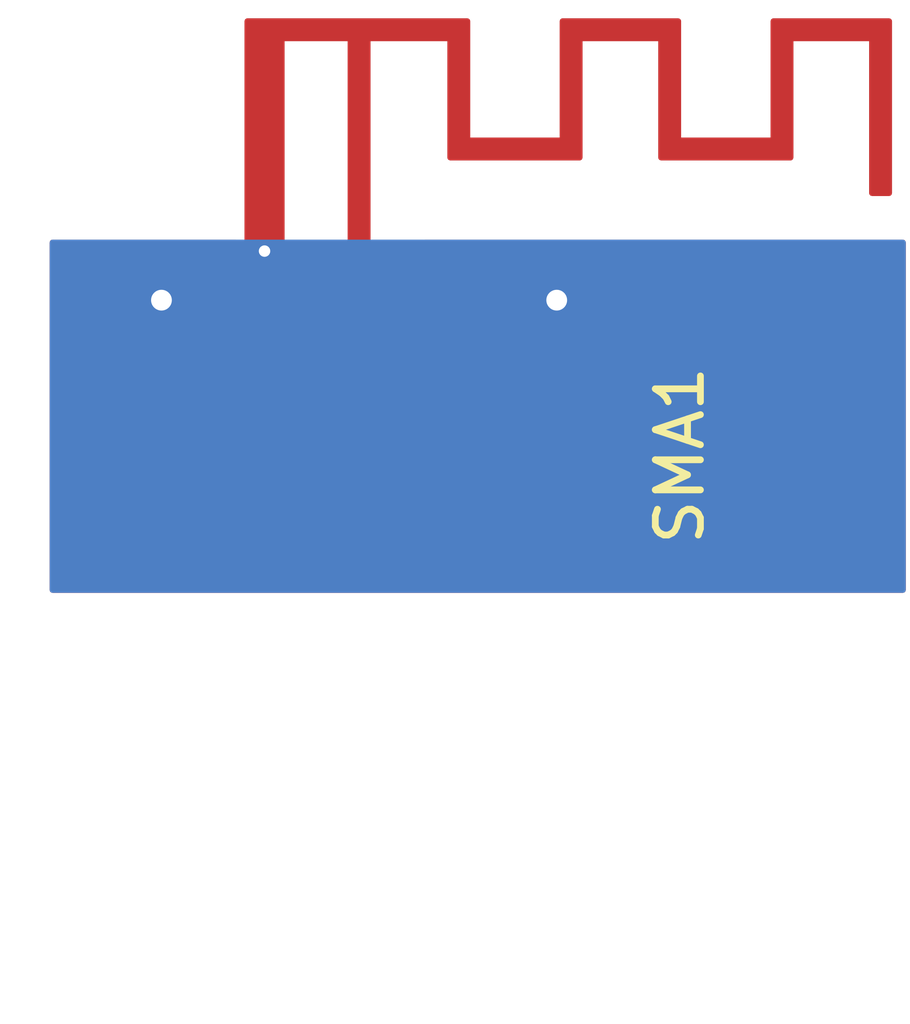
<source format=kicad_pcb>
(kicad_pcb (version 4) (host pcbnew 4.0.5)

  (general
    (links 10)
    (no_connects 0)
    (area 0 0 0 0)
    (thickness 1.6)
    (drawings 6)
    (tracks 1)
    (zones 0)
    (modules 1)
    (nets 2)
  )

  (page A4)
  (layers
    (0 F.Cu signal)
    (31 B.Cu signal)
    (32 B.Adhes user hide)
    (33 F.Adhes user hide)
    (34 B.Paste user hide)
    (35 F.Paste user hide)
    (36 B.SilkS user hide)
    (37 F.SilkS user hide)
    (38 B.Mask user hide)
    (39 F.Mask user hide)
    (40 Dwgs.User user hide)
    (41 Cmts.User user hide)
    (42 Eco1.User user hide)
    (43 Eco2.User user hide)
    (44 Edge.Cuts user)
    (45 Margin user)
    (46 B.CrtYd user)
    (47 F.CrtYd user)
    (48 B.Fab user)
    (49 F.Fab user)
  )

  (setup
    (last_trace_width 0.25)
    (user_trace_width 0.508)
    (user_trace_width 2.29108)
    (trace_clearance 0.2)
    (zone_clearance 0)
    (zone_45_only yes)
    (trace_min 0.127)
    (segment_width 0.2)
    (edge_width 0.09652)
    (via_size 0.6)
    (via_drill 0.4)
    (via_min_size 0.254)
    (via_min_drill 0.2032)
    (user_via 0.3048 0.254)
    (user_via 0.381 0.3048)
    (uvia_size 0.3)
    (uvia_drill 0.1)
    (uvias_allowed no)
    (uvia_min_size 0.2)
    (uvia_min_drill 0.1)
    (pcb_text_width 0.3)
    (pcb_text_size 1.5 1.5)
    (mod_edge_width 0.15)
    (mod_text_size 1 1)
    (mod_text_width 0.15)
    (pad_size 1.5 1.5)
    (pad_drill 0.6)
    (pad_to_mask_clearance 0)
    (aux_axis_origin 144.018 107.5309)
    (grid_origin 144.018 107.5309)
    (visible_elements 7FFFFFFF)
    (pcbplotparams
      (layerselection 0x030f0_80000001)
      (usegerberextensions false)
      (excludeedgelayer true)
      (linewidth 0.025400)
      (plotframeref false)
      (viasonmask false)
      (mode 1)
      (useauxorigin true)
      (hpglpennumber 1)
      (hpglpenspeed 20)
      (hpglpendiameter 15)
      (hpglpenoverlay 2)
      (psnegative false)
      (psa4output false)
      (plotreference true)
      (plotvalue true)
      (plotinvisibletext false)
      (padsonsilk false)
      (subtractmaskfromsilk false)
      (outputformat 1)
      (mirror false)
      (drillshape 0)
      (scaleselection 1)
      (outputdirectory mifa_02_art/))
  )

  (net 0 "")
  (net 1 GND)

  (net_class Default "This is the default net class."
    (clearance 0.2)
    (trace_width 0.25)
    (via_dia 0.6)
    (via_drill 0.4)
    (uvia_dia 0.3)
    (uvia_drill 0.1)
    (add_net GND)
  )

  (module Connectors_Molex:Molex_SMA_Jack_Edge_Mount (layer F.Cu) (tedit 587D2992) (tstamp 58AE1DF6)
    (at 150.876 102.7684 90)
    (descr "Molex SMA Jack, Edge Mount, http://www.molex.com/pdm_docs/sd/732511150_sd.pdf")
    (tags "sma edge")
    (path /58AB8622)
    (attr smd)
    (fp_text reference SMA1 (at -1.72 7.11 90) (layer F.SilkS)
      (effects (font (size 1 1) (thickness 0.15)))
    )
    (fp_text value SMA_JPXSTEM1 (at -1.72 -7.11 90) (layer F.Fab)
      (effects (font (size 1 1) (thickness 0.15)))
    )
    (fp_line (start -4.76 -0.38) (end 0.49 -0.38) (layer F.Fab) (width 0.1))
    (fp_line (start -4.76 0.38) (end 0.49 0.38) (layer F.Fab) (width 0.1))
    (fp_line (start 0.49 -0.38) (end 0.49 0.38) (layer F.Fab) (width 0.1))
    (fp_line (start 0.49 3.75) (end 0.49 4.76) (layer F.Fab) (width 0.1))
    (fp_line (start 0.49 -4.76) (end 0.49 -3.75) (layer F.Fab) (width 0.1))
    (fp_line (start -14.29 -6.09) (end -14.29 6.09) (layer F.CrtYd) (width 0.05))
    (fp_line (start -14.29 6.09) (end 2.71 6.09) (layer F.CrtYd) (width 0.05))
    (fp_line (start 2.71 -6.09) (end 2.71 6.09) (layer B.CrtYd) (width 0.05))
    (fp_line (start -14.29 -6.09) (end 2.71 -6.09) (layer B.CrtYd) (width 0.05))
    (fp_line (start -14.29 -6.09) (end -14.29 6.09) (layer B.CrtYd) (width 0.05))
    (fp_line (start -14.29 6.09) (end 2.71 6.09) (layer B.CrtYd) (width 0.05))
    (fp_line (start 2.71 -6.09) (end 2.71 6.09) (layer F.CrtYd) (width 0.05))
    (fp_line (start 2.71 -6.09) (end -14.29 -6.09) (layer F.CrtYd) (width 0.05))
    (fp_line (start -4.76 -3.75) (end 0.49 -3.75) (layer F.Fab) (width 0.1))
    (fp_line (start -4.76 3.75) (end 0.49 3.75) (layer F.Fab) (width 0.1))
    (fp_line (start -13.79 -2.65) (end -5.91 -2.65) (layer F.Fab) (width 0.1))
    (fp_line (start -13.79 -2.65) (end -13.79 2.65) (layer F.Fab) (width 0.1))
    (fp_line (start -13.79 2.65) (end -5.91 2.65) (layer F.Fab) (width 0.1))
    (fp_line (start -4.76 -3.75) (end -4.76 3.75) (layer F.Fab) (width 0.1))
    (fp_line (start 0.49 -4.76) (end -5.91 -4.76) (layer F.Fab) (width 0.1))
    (fp_line (start -5.91 -4.76) (end -5.91 4.76) (layer F.Fab) (width 0.1))
    (fp_line (start -5.91 4.76) (end 0.49 4.76) (layer F.Fab) (width 0.1))
    (pad 1 smd rect (at -1.72 0 90) (size 5.08 2.29) (layers F.Cu F.Paste F.Mask)
      (net 1 GND))
    (pad 2 smd rect (at -1.72 -4.38 90) (size 5.08 2.42) (layers F.Cu F.Paste F.Mask)
      (net 1 GND))
    (pad 2 smd rect (at -1.72 4.38 90) (size 5.08 2.42) (layers F.Cu F.Paste F.Mask)
      (net 1 GND))
    (pad 2 smd rect (at -1.72 -4.38 90) (size 5.08 2.42) (layers B.Cu B.Paste B.Mask)
      (net 1 GND))
    (pad 2 smd rect (at -1.72 4.38 90) (size 5.08 2.42) (layers B.Cu B.Paste B.Mask)
      (net 1 GND))
    (pad 2 thru_hole circle (at 1.72 -4.38 90) (size 0.97 0.97) (drill 0.46) (layers *.Cu)
      (net 1 GND))
    (pad 2 thru_hole circle (at 1.72 4.38 90) (size 0.97 0.97) (drill 0.46) (layers *.Cu)
      (net 1 GND))
    (pad 2 smd rect (at 1.27 -4.38 90) (size 0.89 0.46) (layers F.Cu)
      (net 1 GND))
    (pad 2 smd rect (at 1.27 4.38 90) (size 0.89 0.46) (layers F.Cu)
      (net 1 GND))
    (pad 2 smd rect (at 1.27 -4.38 90) (size 0.89 0.46) (layers B.Cu)
      (net 1 GND))
    (pad 2 smd rect (at 1.27 4.38 90) (size 0.89 0.46) (layers B.Cu)
      (net 1 GND))
  )

  (gr_line (start 147.828 99.7077) (end 147.828 94.5007) (angle 90) (layer Margin) (width 0.2))
  (gr_line (start 144.018 99.7077) (end 147.828 99.7077) (angle 90) (layer Margin) (width 0.2))
  (gr_line (start 144.018 107.5309) (end 144.018 99.7077) (angle 90) (layer Margin) (width 0.2))
  (gr_line (start 162.9918 107.5309) (end 144.018 107.5309) (angle 90) (layer Margin) (width 0.2))
  (gr_line (start 162.9918 94.5007) (end 162.9918 107.5309) (angle 90) (layer Margin) (width 0.2))
  (gr_line (start 147.828 94.5007) (end 162.9918 94.5007) (angle 90) (layer Margin) (width 0.2))

  (via (at 148.7805 99.9617) (size 0.3048) (drill 0.254) (layers F.Cu B.Cu) (net 0))

  (zone (net 1) (net_name GND) (layer F.Cu) (tstamp 58AE73CE) (hatch edge 0.508)
    (connect_pads yes (clearance 0.254))
    (min_thickness 0.127)
    (fill yes (mode segment) (arc_segments 16) (thermal_gap 0.508) (thermal_bridge_width 0.508))
    (polygon
      (pts
        (xy 153.3398 97.4471) (xy 155.321 97.4471) (xy 155.321 94.8055) (xy 158.0134 94.8055) (xy 158.0134 97.4471)
        (xy 159.9946 97.4471) (xy 159.9946 94.8055) (xy 162.687 94.8055) (xy 162.687 98.7425) (xy 162.179 98.7425)
        (xy 162.179 95.3135) (xy 160.5026 95.3135) (xy 160.5026 97.9551) (xy 157.5054 97.9551) (xy 157.5054 95.3135)
        (xy 155.829 95.3135) (xy 155.829 97.9551) (xy 152.8318 97.9551) (xy 152.8318 95.3135) (xy 151.13 95.3135)
        (xy 151.13 100.2157) (xy 152.019 100.2157) (xy 152.019 107.0229) (xy 149.733 107.0229) (xy 149.733 100.2157)
        (xy 150.622 100.2157) (xy 150.622 95.3135) (xy 149.225 95.3135) (xy 149.225 100.2157) (xy 148.8567 100.2157)
        (xy 148.8567 100.3427) (xy 149.352 100.3427) (xy 149.352 99.7077) (xy 149.479 99.7077) (xy 149.479 107.2769)
        (xy 152.273 107.2769) (xy 152.273 99.7077) (xy 162.9918 99.7077) (xy 162.9918 107.5309) (xy 144.018 107.5309)
        (xy 144.018 99.7077) (xy 148.209 99.7077) (xy 148.209 100.3427) (xy 148.7043 100.3427) (xy 148.7043 100.2157)
        (xy 148.336 100.2157) (xy 148.336 94.8055) (xy 153.3398 94.8055)
      )
    )
    (filled_polygon
      (pts
        (xy 153.2763 97.4471) (xy 153.281303 97.471805) (xy 153.295523 97.492617) (xy 153.31672 97.506257) (xy 153.3398 97.5106)
        (xy 155.321 97.5106) (xy 155.345705 97.505597) (xy 155.366517 97.491377) (xy 155.380157 97.47018) (xy 155.3845 97.4471)
        (xy 155.3845 94.869) (xy 157.9499 94.869) (xy 157.9499 97.4471) (xy 157.954903 97.471805) (xy 157.969123 97.492617)
        (xy 157.99032 97.506257) (xy 158.0134 97.5106) (xy 159.9946 97.5106) (xy 160.019305 97.505597) (xy 160.040117 97.491377)
        (xy 160.053757 97.47018) (xy 160.0581 97.4471) (xy 160.0581 94.869) (xy 162.6235 94.869) (xy 162.6235 98.679)
        (xy 162.2425 98.679) (xy 162.2425 95.3135) (xy 162.237497 95.288795) (xy 162.223277 95.267983) (xy 162.20208 95.254343)
        (xy 162.179 95.25) (xy 160.5026 95.25) (xy 160.477895 95.255003) (xy 160.457083 95.269223) (xy 160.443443 95.29042)
        (xy 160.4391 95.3135) (xy 160.4391 97.8916) (xy 157.5689 97.8916) (xy 157.5689 95.3135) (xy 157.563897 95.288795)
        (xy 157.549677 95.267983) (xy 157.52848 95.254343) (xy 157.5054 95.25) (xy 155.829 95.25) (xy 155.804295 95.255003)
        (xy 155.783483 95.269223) (xy 155.769843 95.29042) (xy 155.7655 95.3135) (xy 155.7655 97.8916) (xy 152.8953 97.8916)
        (xy 152.8953 95.3135) (xy 152.890297 95.288795) (xy 152.876077 95.267983) (xy 152.85488 95.254343) (xy 152.8318 95.25)
        (xy 151.13 95.25) (xy 151.105295 95.255003) (xy 151.084483 95.269223) (xy 151.070843 95.29042) (xy 151.0665 95.3135)
        (xy 151.0665 100.2157) (xy 151.071503 100.240405) (xy 151.085723 100.261217) (xy 151.10692 100.274857) (xy 151.13 100.2792)
        (xy 151.9555 100.2792) (xy 151.9555 106.9594) (xy 149.7965 106.9594) (xy 149.7965 100.2792) (xy 150.622 100.2792)
        (xy 150.646705 100.274197) (xy 150.667517 100.259977) (xy 150.681157 100.23878) (xy 150.6855 100.2157) (xy 150.6855 95.3135)
        (xy 150.680497 95.288795) (xy 150.666277 95.267983) (xy 150.64508 95.254343) (xy 150.622 95.25) (xy 149.225 95.25)
        (xy 149.200295 95.255003) (xy 149.179483 95.269223) (xy 149.165843 95.29042) (xy 149.1615 95.3135) (xy 149.1615 100.1522)
        (xy 148.8567 100.1522) (xy 148.831995 100.157203) (xy 148.811183 100.171423) (xy 148.797543 100.19262) (xy 148.7932 100.2157)
        (xy 148.7932 100.3427) (xy 148.798203 100.367405) (xy 148.812423 100.388217) (xy 148.83362 100.401857) (xy 148.8567 100.4062)
        (xy 149.352 100.4062) (xy 149.376705 100.401197) (xy 149.397517 100.386977) (xy 149.411157 100.36578) (xy 149.4155 100.3427)
        (xy 149.4155 107.2769) (xy 149.420503 107.301605) (xy 149.434723 107.322417) (xy 149.45592 107.336057) (xy 149.479 107.3404)
        (xy 152.273 107.3404) (xy 152.297705 107.335397) (xy 152.318517 107.321177) (xy 152.332157 107.29998) (xy 152.3365 107.2769)
        (xy 152.3365 99.7712) (xy 162.9283 99.7712) (xy 162.9283 107.4674) (xy 144.0815 107.4674) (xy 144.0815 99.7712)
        (xy 148.1455 99.7712) (xy 148.1455 100.3427) (xy 148.150503 100.367405) (xy 148.164723 100.388217) (xy 148.18592 100.401857)
        (xy 148.209 100.4062) (xy 148.7043 100.4062) (xy 148.729005 100.401197) (xy 148.749817 100.386977) (xy 148.763457 100.36578)
        (xy 148.7678 100.3427) (xy 148.7678 100.2157) (xy 148.762797 100.190995) (xy 148.748577 100.170183) (xy 148.72738 100.156543)
        (xy 148.7043 100.1522) (xy 148.3995 100.1522) (xy 148.3995 94.869) (xy 153.2763 94.869)
      )
    )
    (fill_segments
      (pts (xy 148.3995 94.869) (xy 153.2763 94.869))
      (pts (xy 155.3845 94.869) (xy 157.9499 94.869))
      (pts (xy 160.0581 94.869) (xy 162.6235 94.869))
      (pts (xy 148.3995 94.9452) (xy 153.2763 94.9452))
      (pts (xy 155.3845 94.9452) (xy 157.9499 94.9452))
      (pts (xy 160.0581 94.9452) (xy 162.6235 94.9452))
      (pts (xy 148.3995 95.0214) (xy 153.2763 95.0214))
      (pts (xy 155.3845 95.0214) (xy 157.9499 95.0214))
      (pts (xy 160.0581 95.0214) (xy 162.6235 95.0214))
      (pts (xy 148.3995 95.0976) (xy 153.2763 95.0976))
      (pts (xy 155.3845 95.0976) (xy 157.9499 95.0976))
      (pts (xy 160.0581 95.0976) (xy 162.6235 95.0976))
      (pts (xy 148.3995 95.1738) (xy 153.2763 95.1738))
      (pts (xy 155.3845 95.1738) (xy 157.9499 95.1738))
      (pts (xy 160.0581 95.1738) (xy 162.6235 95.1738))
      (pts (xy 148.3995 95.25) (xy 149.225 95.25))
      (pts (xy 150.622 95.25) (xy 151.13 95.25))
      (pts (xy 152.8318 95.25) (xy 153.2763 95.25))
      (pts (xy 155.3845 95.25) (xy 155.829 95.25))
      (pts (xy 157.5054 95.25) (xy 157.9499 95.25))
      (pts (xy 160.0581 95.25) (xy 160.5026 95.25))
      (pts (xy 162.179 95.25) (xy 162.6235 95.25))
      (pts (xy 148.3995 95.3262) (xy 149.1615 95.3262))
      (pts (xy 150.6855 95.3262) (xy 151.0665 95.3262))
      (pts (xy 152.8953 95.3262) (xy 153.2763 95.3262))
      (pts (xy 155.3845 95.3262) (xy 155.7655 95.3262))
      (pts (xy 157.5689 95.3262) (xy 157.9499 95.3262))
      (pts (xy 160.0581 95.3262) (xy 160.4391 95.3262))
      (pts (xy 162.2425 95.3262) (xy 162.6235 95.3262))
      (pts (xy 148.3995 95.4024) (xy 149.1615 95.4024))
      (pts (xy 150.6855 95.4024) (xy 151.0665 95.4024))
      (pts (xy 152.8953 95.4024) (xy 153.2763 95.4024))
      (pts (xy 155.3845 95.4024) (xy 155.7655 95.4024))
      (pts (xy 157.5689 95.4024) (xy 157.9499 95.4024))
      (pts (xy 160.0581 95.4024) (xy 160.4391 95.4024))
      (pts (xy 162.2425 95.4024) (xy 162.6235 95.4024))
      (pts (xy 148.3995 95.4786) (xy 149.1615 95.4786))
      (pts (xy 150.6855 95.4786) (xy 151.0665 95.4786))
      (pts (xy 152.8953 95.4786) (xy 153.2763 95.4786))
      (pts (xy 155.3845 95.4786) (xy 155.7655 95.4786))
      (pts (xy 157.5689 95.4786) (xy 157.9499 95.4786))
      (pts (xy 160.0581 95.4786) (xy 160.4391 95.4786))
      (pts (xy 162.2425 95.4786) (xy 162.6235 95.4786))
      (pts (xy 148.3995 95.5548) (xy 149.1615 95.5548))
      (pts (xy 150.6855 95.5548) (xy 151.0665 95.5548))
      (pts (xy 152.8953 95.5548) (xy 153.2763 95.5548))
      (pts (xy 155.3845 95.5548) (xy 155.7655 95.5548))
      (pts (xy 157.5689 95.5548) (xy 157.9499 95.5548))
      (pts (xy 160.0581 95.5548) (xy 160.4391 95.5548))
      (pts (xy 162.2425 95.5548) (xy 162.6235 95.5548))
      (pts (xy 148.3995 95.631) (xy 149.1615 95.631))
      (pts (xy 150.6855 95.631) (xy 151.0665 95.631))
      (pts (xy 152.8953 95.631) (xy 153.2763 95.631))
      (pts (xy 155.3845 95.631) (xy 155.7655 95.631))
      (pts (xy 157.5689 95.631) (xy 157.9499 95.631))
      (pts (xy 160.0581 95.631) (xy 160.4391 95.631))
      (pts (xy 162.2425 95.631) (xy 162.6235 95.631))
      (pts (xy 148.3995 95.7072) (xy 149.1615 95.7072))
      (pts (xy 150.6855 95.7072) (xy 151.0665 95.7072))
      (pts (xy 152.8953 95.7072) (xy 153.2763 95.7072))
      (pts (xy 155.3845 95.7072) (xy 155.7655 95.7072))
      (pts (xy 157.5689 95.7072) (xy 157.9499 95.7072))
      (pts (xy 160.0581 95.7072) (xy 160.4391 95.7072))
      (pts (xy 162.2425 95.7072) (xy 162.6235 95.7072))
      (pts (xy 148.3995 95.7834) (xy 149.1615 95.7834))
      (pts (xy 150.6855 95.7834) (xy 151.0665 95.7834))
      (pts (xy 152.8953 95.7834) (xy 153.2763 95.7834))
      (pts (xy 155.3845 95.7834) (xy 155.7655 95.7834))
      (pts (xy 157.5689 95.7834) (xy 157.9499 95.7834))
      (pts (xy 160.0581 95.7834) (xy 160.4391 95.7834))
      (pts (xy 162.2425 95.7834) (xy 162.6235 95.7834))
      (pts (xy 148.3995 95.8596) (xy 149.1615 95.8596))
      (pts (xy 150.6855 95.8596) (xy 151.0665 95.8596))
      (pts (xy 152.8953 95.8596) (xy 153.2763 95.8596))
      (pts (xy 155.3845 95.8596) (xy 155.7655 95.8596))
      (pts (xy 157.5689 95.8596) (xy 157.9499 95.8596))
      (pts (xy 160.0581 95.8596) (xy 160.4391 95.8596))
      (pts (xy 162.2425 95.8596) (xy 162.6235 95.8596))
      (pts (xy 148.3995 95.9358) (xy 149.1615 95.9358))
      (pts (xy 150.6855 95.9358) (xy 151.0665 95.9358))
      (pts (xy 152.8953 95.9358) (xy 153.2763 95.9358))
      (pts (xy 155.3845 95.9358) (xy 155.7655 95.9358))
      (pts (xy 157.5689 95.9358) (xy 157.9499 95.9358))
      (pts (xy 160.0581 95.9358) (xy 160.4391 95.9358))
      (pts (xy 162.2425 95.9358) (xy 162.6235 95.9358))
      (pts (xy 148.3995 96.012) (xy 149.1615 96.012))
      (pts (xy 150.6855 96.012) (xy 151.0665 96.012))
      (pts (xy 152.8953 96.012) (xy 153.2763 96.012))
      (pts (xy 155.3845 96.012) (xy 155.7655 96.012))
      (pts (xy 157.5689 96.012) (xy 157.9499 96.012))
      (pts (xy 160.0581 96.012) (xy 160.4391 96.012))
      (pts (xy 162.2425 96.012) (xy 162.6235 96.012))
      (pts (xy 148.3995 96.0882) (xy 149.1615 96.0882))
      (pts (xy 150.6855 96.0882) (xy 151.0665 96.0882))
      (pts (xy 152.8953 96.0882) (xy 153.2763 96.0882))
      (pts (xy 155.3845 96.0882) (xy 155.7655 96.0882))
      (pts (xy 157.5689 96.0882) (xy 157.9499 96.0882))
      (pts (xy 160.0581 96.0882) (xy 160.4391 96.0882))
      (pts (xy 162.2425 96.0882) (xy 162.6235 96.0882))
      (pts (xy 148.3995 96.1644) (xy 149.1615 96.1644))
      (pts (xy 150.6855 96.1644) (xy 151.0665 96.1644))
      (pts (xy 152.8953 96.1644) (xy 153.2763 96.1644))
      (pts (xy 155.3845 96.1644) (xy 155.7655 96.1644))
      (pts (xy 157.5689 96.1644) (xy 157.9499 96.1644))
      (pts (xy 160.0581 96.1644) (xy 160.4391 96.1644))
      (pts (xy 162.2425 96.1644) (xy 162.6235 96.1644))
      (pts (xy 148.3995 96.2406) (xy 149.1615 96.2406))
      (pts (xy 150.6855 96.2406) (xy 151.0665 96.2406))
      (pts (xy 152.8953 96.2406) (xy 153.2763 96.2406))
      (pts (xy 155.3845 96.2406) (xy 155.7655 96.2406))
      (pts (xy 157.5689 96.2406) (xy 157.9499 96.2406))
      (pts (xy 160.0581 96.2406) (xy 160.4391 96.2406))
      (pts (xy 162.2425 96.2406) (xy 162.6235 96.2406))
      (pts (xy 148.3995 96.3168) (xy 149.1615 96.3168))
      (pts (xy 150.6855 96.3168) (xy 151.0665 96.3168))
      (pts (xy 152.8953 96.3168) (xy 153.2763 96.3168))
      (pts (xy 155.3845 96.3168) (xy 155.7655 96.3168))
      (pts (xy 157.5689 96.3168) (xy 157.9499 96.3168))
      (pts (xy 160.0581 96.3168) (xy 160.4391 96.3168))
      (pts (xy 162.2425 96.3168) (xy 162.6235 96.3168))
      (pts (xy 148.3995 96.393) (xy 149.1615 96.393))
      (pts (xy 150.6855 96.393) (xy 151.0665 96.393))
      (pts (xy 152.8953 96.393) (xy 153.2763 96.393))
      (pts (xy 155.3845 96.393) (xy 155.7655 96.393))
      (pts (xy 157.5689 96.393) (xy 157.9499 96.393))
      (pts (xy 160.0581 96.393) (xy 160.4391 96.393))
      (pts (xy 162.2425 96.393) (xy 162.6235 96.393))
      (pts (xy 148.3995 96.4692) (xy 149.1615 96.4692))
      (pts (xy 150.6855 96.4692) (xy 151.0665 96.4692))
      (pts (xy 152.8953 96.4692) (xy 153.2763 96.4692))
      (pts (xy 155.3845 96.4692) (xy 155.7655 96.4692))
      (pts (xy 157.5689 96.4692) (xy 157.9499 96.4692))
      (pts (xy 160.0581 96.4692) (xy 160.4391 96.4692))
      (pts (xy 162.2425 96.4692) (xy 162.6235 96.4692))
      (pts (xy 148.3995 96.5454) (xy 149.1615 96.5454))
      (pts (xy 150.6855 96.5454) (xy 151.0665 96.5454))
      (pts (xy 152.8953 96.5454) (xy 153.2763 96.5454))
      (pts (xy 155.3845 96.5454) (xy 155.7655 96.5454))
      (pts (xy 157.5689 96.5454) (xy 157.9499 96.5454))
      (pts (xy 160.0581 96.5454) (xy 160.4391 96.5454))
      (pts (xy 162.2425 96.5454) (xy 162.6235 96.5454))
      (pts (xy 148.3995 96.6216) (xy 149.1615 96.6216))
      (pts (xy 150.6855 96.6216) (xy 151.0665 96.6216))
      (pts (xy 152.8953 96.6216) (xy 153.2763 96.6216))
      (pts (xy 155.3845 96.6216) (xy 155.7655 96.6216))
      (pts (xy 157.5689 96.6216) (xy 157.9499 96.6216))
      (pts (xy 160.0581 96.6216) (xy 160.4391 96.6216))
      (pts (xy 162.2425 96.6216) (xy 162.6235 96.6216))
      (pts (xy 148.3995 96.6978) (xy 149.1615 96.6978))
      (pts (xy 150.6855 96.6978) (xy 151.0665 96.6978))
      (pts (xy 152.8953 96.6978) (xy 153.2763 96.6978))
      (pts (xy 155.3845 96.6978) (xy 155.7655 96.6978))
      (pts (xy 157.5689 96.6978) (xy 157.9499 96.6978))
      (pts (xy 160.0581 96.6978) (xy 160.4391 96.6978))
      (pts (xy 162.2425 96.6978) (xy 162.6235 96.6978))
      (pts (xy 148.3995 96.774) (xy 149.1615 96.774))
      (pts (xy 150.6855 96.774) (xy 151.0665 96.774))
      (pts (xy 152.8953 96.774) (xy 153.2763 96.774))
      (pts (xy 155.3845 96.774) (xy 155.7655 96.774))
      (pts (xy 157.5689 96.774) (xy 157.9499 96.774))
      (pts (xy 160.0581 96.774) (xy 160.4391 96.774))
      (pts (xy 162.2425 96.774) (xy 162.6235 96.774))
      (pts (xy 148.3995 96.8502) (xy 149.1615 96.8502))
      (pts (xy 150.6855 96.8502) (xy 151.0665 96.8502))
      (pts (xy 152.8953 96.8502) (xy 153.2763 96.8502))
      (pts (xy 155.3845 96.8502) (xy 155.7655 96.8502))
      (pts (xy 157.5689 96.8502) (xy 157.9499 96.8502))
      (pts (xy 160.0581 96.8502) (xy 160.4391 96.8502))
      (pts (xy 162.2425 96.8502) (xy 162.6235 96.8502))
      (pts (xy 148.3995 96.9264) (xy 149.1615 96.9264))
      (pts (xy 150.6855 96.9264) (xy 151.0665 96.9264))
      (pts (xy 152.8953 96.9264) (xy 153.2763 96.9264))
      (pts (xy 155.3845 96.9264) (xy 155.7655 96.9264))
      (pts (xy 157.5689 96.9264) (xy 157.9499 96.9264))
      (pts (xy 160.0581 96.9264) (xy 160.4391 96.9264))
      (pts (xy 162.2425 96.9264) (xy 162.6235 96.9264))
      (pts (xy 148.3995 97.0026) (xy 149.1615 97.0026))
      (pts (xy 150.6855 97.0026) (xy 151.0665 97.0026))
      (pts (xy 152.8953 97.0026) (xy 153.2763 97.0026))
      (pts (xy 155.3845 97.0026) (xy 155.7655 97.0026))
      (pts (xy 157.5689 97.0026) (xy 157.9499 97.0026))
      (pts (xy 160.0581 97.0026) (xy 160.4391 97.0026))
      (pts (xy 162.2425 97.0026) (xy 162.6235 97.0026))
      (pts (xy 148.3995 97.0788) (xy 149.1615 97.0788))
      (pts (xy 150.6855 97.0788) (xy 151.0665 97.0788))
      (pts (xy 152.8953 97.0788) (xy 153.2763 97.0788))
      (pts (xy 155.3845 97.0788) (xy 155.7655 97.0788))
      (pts (xy 157.5689 97.0788) (xy 157.9499 97.0788))
      (pts (xy 160.0581 97.0788) (xy 160.4391 97.0788))
      (pts (xy 162.2425 97.0788) (xy 162.6235 97.0788))
      (pts (xy 148.3995 97.155) (xy 149.1615 97.155))
      (pts (xy 150.6855 97.155) (xy 151.0665 97.155))
      (pts (xy 152.8953 97.155) (xy 153.2763 97.155))
      (pts (xy 155.3845 97.155) (xy 155.7655 97.155))
      (pts (xy 157.5689 97.155) (xy 157.9499 97.155))
      (pts (xy 160.0581 97.155) (xy 160.4391 97.155))
      (pts (xy 162.2425 97.155) (xy 162.6235 97.155))
      (pts (xy 148.3995 97.2312) (xy 149.1615 97.2312))
      (pts (xy 150.6855 97.2312) (xy 151.0665 97.2312))
      (pts (xy 152.8953 97.2312) (xy 153.2763 97.2312))
      (pts (xy 155.3845 97.2312) (xy 155.7655 97.2312))
      (pts (xy 157.5689 97.2312) (xy 157.9499 97.2312))
      (pts (xy 160.0581 97.2312) (xy 160.4391 97.2312))
      (pts (xy 162.2425 97.2312) (xy 162.6235 97.2312))
      (pts (xy 148.3995 97.3074) (xy 149.1615 97.3074))
      (pts (xy 150.6855 97.3074) (xy 151.0665 97.3074))
      (pts (xy 152.8953 97.3074) (xy 153.2763 97.3074))
      (pts (xy 155.3845 97.3074) (xy 155.7655 97.3074))
      (pts (xy 157.5689 97.3074) (xy 157.9499 97.3074))
      (pts (xy 160.0581 97.3074) (xy 160.4391 97.3074))
      (pts (xy 162.2425 97.3074) (xy 162.6235 97.3074))
      (pts (xy 148.3995 97.3836) (xy 149.1615 97.3836))
      (pts (xy 150.6855 97.3836) (xy 151.0665 97.3836))
      (pts (xy 152.8953 97.3836) (xy 153.2763 97.3836))
      (pts (xy 155.3845 97.3836) (xy 155.7655 97.3836))
      (pts (xy 157.5689 97.3836) (xy 157.9499 97.3836))
      (pts (xy 160.0581 97.3836) (xy 160.4391 97.3836))
      (pts (xy 162.2425 97.3836) (xy 162.6235 97.3836))
      (pts (xy 148.3995 97.4598) (xy 149.1615 97.4598))
      (pts (xy 150.6855 97.4598) (xy 151.0665 97.4598))
      (pts (xy 152.8953 97.4598) (xy 153.278871 97.4598))
      (pts (xy 155.38211 97.4598) (xy 155.7655 97.4598))
      (pts (xy 157.5689 97.4598) (xy 157.952471 97.4598))
      (pts (xy 160.05571 97.4598) (xy 160.4391 97.4598))
      (pts (xy 162.2425 97.4598) (xy 162.6235 97.4598))
      (pts (xy 148.3995 97.536) (xy 149.1615 97.536))
      (pts (xy 150.6855 97.536) (xy 151.0665 97.536))
      (pts (xy 152.8953 97.536) (xy 155.7655 97.536))
      (pts (xy 157.5689 97.536) (xy 160.4391 97.536))
      (pts (xy 162.2425 97.536) (xy 162.6235 97.536))
      (pts (xy 148.3995 97.6122) (xy 149.1615 97.6122))
      (pts (xy 150.6855 97.6122) (xy 151.0665 97.6122))
      (pts (xy 152.8953 97.6122) (xy 155.7655 97.6122))
      (pts (xy 157.5689 97.6122) (xy 160.4391 97.6122))
      (pts (xy 162.2425 97.6122) (xy 162.6235 97.6122))
      (pts (xy 148.3995 97.6884) (xy 149.1615 97.6884))
      (pts (xy 150.6855 97.6884) (xy 151.0665 97.6884))
      (pts (xy 152.8953 97.6884) (xy 155.7655 97.6884))
      (pts (xy 157.5689 97.6884) (xy 160.4391 97.6884))
      (pts (xy 162.2425 97.6884) (xy 162.6235 97.6884))
      (pts (xy 148.3995 97.7646) (xy 149.1615 97.7646))
      (pts (xy 150.6855 97.7646) (xy 151.0665 97.7646))
      (pts (xy 152.8953 97.7646) (xy 155.7655 97.7646))
      (pts (xy 157.5689 97.7646) (xy 160.4391 97.7646))
      (pts (xy 162.2425 97.7646) (xy 162.6235 97.7646))
      (pts (xy 148.3995 97.8408) (xy 149.1615 97.8408))
      (pts (xy 150.6855 97.8408) (xy 151.0665 97.8408))
      (pts (xy 152.8953 97.8408) (xy 155.7655 97.8408))
      (pts (xy 157.5689 97.8408) (xy 160.4391 97.8408))
      (pts (xy 162.2425 97.8408) (xy 162.6235 97.8408))
      (pts (xy 148.3995 97.917) (xy 149.1615 97.917))
      (pts (xy 150.6855 97.917) (xy 151.0665 97.917))
      (pts (xy 162.2425 97.917) (xy 162.6235 97.917))
      (pts (xy 148.3995 97.9932) (xy 149.1615 97.9932))
      (pts (xy 150.6855 97.9932) (xy 151.0665 97.9932))
      (pts (xy 162.2425 97.9932) (xy 162.6235 97.9932))
      (pts (xy 148.3995 98.0694) (xy 149.1615 98.0694))
      (pts (xy 150.6855 98.0694) (xy 151.0665 98.0694))
      (pts (xy 162.2425 98.0694) (xy 162.6235 98.0694))
      (pts (xy 148.3995 98.1456) (xy 149.1615 98.1456))
      (pts (xy 150.6855 98.1456) (xy 151.0665 98.1456))
      (pts (xy 162.2425 98.1456) (xy 162.6235 98.1456))
      (pts (xy 148.3995 98.2218) (xy 149.1615 98.2218))
      (pts (xy 150.6855 98.2218) (xy 151.0665 98.2218))
      (pts (xy 162.2425 98.2218) (xy 162.6235 98.2218))
      (pts (xy 148.3995 98.298) (xy 149.1615 98.298))
      (pts (xy 150.6855 98.298) (xy 151.0665 98.298))
      (pts (xy 162.2425 98.298) (xy 162.6235 98.298))
      (pts (xy 148.3995 98.3742) (xy 149.1615 98.3742))
      (pts (xy 150.6855 98.3742) (xy 151.0665 98.3742))
      (pts (xy 162.2425 98.3742) (xy 162.6235 98.3742))
      (pts (xy 148.3995 98.4504) (xy 149.1615 98.4504))
      (pts (xy 150.6855 98.4504) (xy 151.0665 98.4504))
      (pts (xy 162.2425 98.4504) (xy 162.6235 98.4504))
      (pts (xy 148.3995 98.5266) (xy 149.1615 98.5266))
      (pts (xy 150.6855 98.5266) (xy 151.0665 98.5266))
      (pts (xy 162.2425 98.5266) (xy 162.6235 98.5266))
      (pts (xy 148.3995 98.6028) (xy 149.1615 98.6028))
      (pts (xy 150.6855 98.6028) (xy 151.0665 98.6028))
      (pts (xy 162.2425 98.6028) (xy 162.6235 98.6028))
      (pts (xy 148.3995 98.679) (xy 149.1615 98.679))
      (pts (xy 150.6855 98.679) (xy 151.0665 98.679))
      (pts (xy 148.3995 98.7552) (xy 149.1615 98.7552))
      (pts (xy 150.6855 98.7552) (xy 151.0665 98.7552))
      (pts (xy 148.3995 98.8314) (xy 149.1615 98.8314))
      (pts (xy 150.6855 98.8314) (xy 151.0665 98.8314))
      (pts (xy 148.3995 98.9076) (xy 149.1615 98.9076))
      (pts (xy 150.6855 98.9076) (xy 151.0665 98.9076))
      (pts (xy 148.3995 98.9838) (xy 149.1615 98.9838))
      (pts (xy 150.6855 98.9838) (xy 151.0665 98.9838))
      (pts (xy 148.3995 99.06) (xy 149.1615 99.06))
      (pts (xy 150.6855 99.06) (xy 151.0665 99.06))
      (pts (xy 148.3995 99.1362) (xy 149.1615 99.1362))
      (pts (xy 150.6855 99.1362) (xy 151.0665 99.1362))
      (pts (xy 148.3995 99.2124) (xy 149.1615 99.2124))
      (pts (xy 150.6855 99.2124) (xy 151.0665 99.2124))
      (pts (xy 148.3995 99.2886) (xy 149.1615 99.2886))
      (pts (xy 150.6855 99.2886) (xy 151.0665 99.2886))
      (pts (xy 148.3995 99.3648) (xy 149.1615 99.3648))
      (pts (xy 150.6855 99.3648) (xy 151.0665 99.3648))
      (pts (xy 148.3995 99.441) (xy 149.1615 99.441))
      (pts (xy 150.6855 99.441) (xy 151.0665 99.441))
      (pts (xy 148.3995 99.5172) (xy 149.1615 99.5172))
      (pts (xy 150.6855 99.5172) (xy 151.0665 99.5172))
      (pts (xy 148.3995 99.5934) (xy 149.1615 99.5934))
      (pts (xy 150.6855 99.5934) (xy 151.0665 99.5934))
      (pts (xy 148.3995 99.6696) (xy 149.1615 99.6696))
      (pts (xy 150.6855 99.6696) (xy 151.0665 99.6696))
      (pts (xy 148.3995 99.7458) (xy 149.1615 99.7458))
      (pts (xy 150.6855 99.7458) (xy 151.0665 99.7458))
      (pts (xy 144.0815 99.822) (xy 148.1455 99.822))
      (pts (xy 148.3995 99.822) (xy 149.1615 99.822))
      (pts (xy 150.6855 99.822) (xy 151.0665 99.822))
      (pts (xy 152.3365 99.822) (xy 162.9283 99.822))
      (pts (xy 144.0815 99.8982) (xy 148.1455 99.8982))
      (pts (xy 148.3995 99.8982) (xy 149.1615 99.8982))
      (pts (xy 150.6855 99.8982) (xy 151.0665 99.8982))
      (pts (xy 152.3365 99.8982) (xy 162.9283 99.8982))
      (pts (xy 144.0815 99.9744) (xy 148.1455 99.9744))
      (pts (xy 148.3995 99.9744) (xy 149.1615 99.9744))
      (pts (xy 150.6855 99.9744) (xy 151.0665 99.9744))
      (pts (xy 152.3365 99.9744) (xy 162.9283 99.9744))
      (pts (xy 144.0815 100.0506) (xy 148.1455 100.0506))
      (pts (xy 148.3995 100.0506) (xy 149.1615 100.0506))
      (pts (xy 150.6855 100.0506) (xy 151.0665 100.0506))
      (pts (xy 152.3365 100.0506) (xy 162.9283 100.0506))
      (pts (xy 144.0815 100.1268) (xy 148.1455 100.1268))
      (pts (xy 148.3995 100.1268) (xy 149.1615 100.1268))
      (pts (xy 150.6855 100.1268) (xy 151.0665 100.1268))
      (pts (xy 152.3365 100.1268) (xy 162.9283 100.1268))
      (pts (xy 144.0815 100.203) (xy 148.1455 100.203))
      (pts (xy 148.765229 100.203) (xy 148.79559 100.203))
      (pts (xy 150.6855 100.203) (xy 151.0665 100.203))
      (pts (xy 152.3365 100.203) (xy 162.9283 100.203))
      (pts (xy 144.0815 100.2792) (xy 148.1455 100.2792))
      (pts (xy 148.7678 100.2792) (xy 148.7932 100.2792))
      (pts (xy 149.7965 100.2792) (xy 151.9555 100.2792))
      (pts (xy 152.3365 100.2792) (xy 162.9283 100.2792))
      (pts (xy 144.0815 100.3554) (xy 148.148071 100.3554))
      (pts (xy 148.76541 100.3554) (xy 148.795771 100.3554))
      (pts (xy 149.41311 100.3554) (xy 149.4155 100.3554))
      (pts (xy 149.7965 100.3554) (xy 151.9555 100.3554))
      (pts (xy 152.3365 100.3554) (xy 162.9283 100.3554))
      (pts (xy 144.0815 100.4316) (xy 149.4155 100.4316))
      (pts (xy 149.7965 100.4316) (xy 151.9555 100.4316))
      (pts (xy 152.3365 100.4316) (xy 162.9283 100.4316))
      (pts (xy 144.0815 100.5078) (xy 149.4155 100.5078))
      (pts (xy 149.7965 100.5078) (xy 151.9555 100.5078))
      (pts (xy 152.3365 100.5078) (xy 162.9283 100.5078))
      (pts (xy 144.0815 100.584) (xy 149.4155 100.584))
      (pts (xy 149.7965 100.584) (xy 151.9555 100.584))
      (pts (xy 152.3365 100.584) (xy 162.9283 100.584))
      (pts (xy 144.0815 100.6602) (xy 149.4155 100.6602))
      (pts (xy 149.7965 100.6602) (xy 151.9555 100.6602))
      (pts (xy 152.3365 100.6602) (xy 162.9283 100.6602))
      (pts (xy 144.0815 100.7364) (xy 149.4155 100.7364))
      (pts (xy 149.7965 100.7364) (xy 151.9555 100.7364))
      (pts (xy 152.3365 100.7364) (xy 162.9283 100.7364))
      (pts (xy 144.0815 100.8126) (xy 149.4155 100.8126))
      (pts (xy 149.7965 100.8126) (xy 151.9555 100.8126))
      (pts (xy 152.3365 100.8126) (xy 162.9283 100.8126))
      (pts (xy 144.0815 100.8888) (xy 149.4155 100.8888))
      (pts (xy 149.7965 100.8888) (xy 151.9555 100.8888))
      (pts (xy 152.3365 100.8888) (xy 162.9283 100.8888))
      (pts (xy 144.0815 100.965) (xy 149.4155 100.965))
      (pts (xy 149.7965 100.965) (xy 151.9555 100.965))
      (pts (xy 152.3365 100.965) (xy 162.9283 100.965))
      (pts (xy 144.0815 101.0412) (xy 149.4155 101.0412))
      (pts (xy 149.7965 101.0412) (xy 151.9555 101.0412))
      (pts (xy 152.3365 101.0412) (xy 162.9283 101.0412))
      (pts (xy 144.0815 101.1174) (xy 149.4155 101.1174))
      (pts (xy 149.7965 101.1174) (xy 151.9555 101.1174))
      (pts (xy 152.3365 101.1174) (xy 162.9283 101.1174))
      (pts (xy 144.0815 101.1936) (xy 149.4155 101.1936))
      (pts (xy 149.7965 101.1936) (xy 151.9555 101.1936))
      (pts (xy 152.3365 101.1936) (xy 162.9283 101.1936))
      (pts (xy 144.0815 101.2698) (xy 149.4155 101.2698))
      (pts (xy 149.7965 101.2698) (xy 151.9555 101.2698))
      (pts (xy 152.3365 101.2698) (xy 162.9283 101.2698))
      (pts (xy 144.0815 101.346) (xy 149.4155 101.346))
      (pts (xy 149.7965 101.346) (xy 151.9555 101.346))
      (pts (xy 152.3365 101.346) (xy 162.9283 101.346))
      (pts (xy 144.0815 101.4222) (xy 149.4155 101.4222))
      (pts (xy 149.7965 101.4222) (xy 151.9555 101.4222))
      (pts (xy 152.3365 101.4222) (xy 162.9283 101.4222))
      (pts (xy 144.0815 101.4984) (xy 149.4155 101.4984))
      (pts (xy 149.7965 101.4984) (xy 151.9555 101.4984))
      (pts (xy 152.3365 101.4984) (xy 162.9283 101.4984))
      (pts (xy 144.0815 101.5746) (xy 149.4155 101.5746))
      (pts (xy 149.7965 101.5746) (xy 151.9555 101.5746))
      (pts (xy 152.3365 101.5746) (xy 162.9283 101.5746))
      (pts (xy 144.0815 101.6508) (xy 149.4155 101.6508))
      (pts (xy 149.7965 101.6508) (xy 151.9555 101.6508))
      (pts (xy 152.3365 101.6508) (xy 162.9283 101.6508))
      (pts (xy 144.0815 101.727) (xy 149.4155 101.727))
      (pts (xy 149.7965 101.727) (xy 151.9555 101.727))
      (pts (xy 152.3365 101.727) (xy 162.9283 101.727))
      (pts (xy 144.0815 101.8032) (xy 149.4155 101.8032))
      (pts (xy 149.7965 101.8032) (xy 151.9555 101.8032))
      (pts (xy 152.3365 101.8032) (xy 162.9283 101.8032))
      (pts (xy 144.0815 101.8794) (xy 149.4155 101.8794))
      (pts (xy 149.7965 101.8794) (xy 151.9555 101.8794))
      (pts (xy 152.3365 101.8794) (xy 162.9283 101.8794))
      (pts (xy 144.0815 101.9556) (xy 149.4155 101.9556))
      (pts (xy 149.7965 101.9556) (xy 151.9555 101.9556))
      (pts (xy 152.3365 101.9556) (xy 162.9283 101.9556))
      (pts (xy 144.0815 102.0318) (xy 149.4155 102.0318))
      (pts (xy 149.7965 102.0318) (xy 151.9555 102.0318))
      (pts (xy 152.3365 102.0318) (xy 162.9283 102.0318))
      (pts (xy 144.0815 102.108) (xy 149.4155 102.108))
      (pts (xy 149.7965 102.108) (xy 151.9555 102.108))
      (pts (xy 152.3365 102.108) (xy 162.9283 102.108))
      (pts (xy 144.0815 102.1842) (xy 149.4155 102.1842))
      (pts (xy 149.7965 102.1842) (xy 151.9555 102.1842))
      (pts (xy 152.3365 102.1842) (xy 162.9283 102.1842))
      (pts (xy 144.0815 102.2604) (xy 149.4155 102.2604))
      (pts (xy 149.7965 102.2604) (xy 151.9555 102.2604))
      (pts (xy 152.3365 102.2604) (xy 162.9283 102.2604))
      (pts (xy 144.0815 102.3366) (xy 149.4155 102.3366))
      (pts (xy 149.7965 102.3366) (xy 151.9555 102.3366))
      (pts (xy 152.3365 102.3366) (xy 162.9283 102.3366))
      (pts (xy 144.0815 102.4128) (xy 149.4155 102.4128))
      (pts (xy 149.7965 102.4128) (xy 151.9555 102.4128))
      (pts (xy 152.3365 102.4128) (xy 162.9283 102.4128))
      (pts (xy 144.0815 102.489) (xy 149.4155 102.489))
      (pts (xy 149.7965 102.489) (xy 151.9555 102.489))
      (pts (xy 152.3365 102.489) (xy 162.9283 102.489))
      (pts (xy 144.0815 102.5652) (xy 149.4155 102.5652))
      (pts (xy 149.7965 102.5652) (xy 151.9555 102.5652))
      (pts (xy 152.3365 102.5652) (xy 162.9283 102.5652))
      (pts (xy 144.0815 102.6414) (xy 149.4155 102.6414))
      (pts (xy 149.7965 102.6414) (xy 151.9555 102.6414))
      (pts (xy 152.3365 102.6414) (xy 162.9283 102.6414))
      (pts (xy 144.0815 102.7176) (xy 149.4155 102.7176))
      (pts (xy 149.7965 102.7176) (xy 151.9555 102.7176))
      (pts (xy 152.3365 102.7176) (xy 162.9283 102.7176))
      (pts (xy 144.0815 102.7938) (xy 149.4155 102.7938))
      (pts (xy 149.7965 102.7938) (xy 151.9555 102.7938))
      (pts (xy 152.3365 102.7938) (xy 162.9283 102.7938))
      (pts (xy 144.0815 102.87) (xy 149.4155 102.87))
      (pts (xy 149.7965 102.87) (xy 151.9555 102.87))
      (pts (xy 152.3365 102.87) (xy 162.9283 102.87))
      (pts (xy 144.0815 102.9462) (xy 149.4155 102.9462))
      (pts (xy 149.7965 102.9462) (xy 151.9555 102.9462))
      (pts (xy 152.3365 102.9462) (xy 162.9283 102.9462))
      (pts (xy 144.0815 103.0224) (xy 149.4155 103.0224))
      (pts (xy 149.7965 103.0224) (xy 151.9555 103.0224))
      (pts (xy 152.3365 103.0224) (xy 162.9283 103.0224))
      (pts (xy 144.0815 103.0986) (xy 149.4155 103.0986))
      (pts (xy 149.7965 103.0986) (xy 151.9555 103.0986))
      (pts (xy 152.3365 103.0986) (xy 162.9283 103.0986))
      (pts (xy 144.0815 103.1748) (xy 149.4155 103.1748))
      (pts (xy 149.7965 103.1748) (xy 151.9555 103.1748))
      (pts (xy 152.3365 103.1748) (xy 162.9283 103.1748))
      (pts (xy 144.0815 103.251) (xy 149.4155 103.251))
      (pts (xy 149.7965 103.251) (xy 151.9555 103.251))
      (pts (xy 152.3365 103.251) (xy 162.9283 103.251))
      (pts (xy 144.0815 103.3272) (xy 149.4155 103.3272))
      (pts (xy 149.7965 103.3272) (xy 151.9555 103.3272))
      (pts (xy 152.3365 103.3272) (xy 162.9283 103.3272))
      (pts (xy 144.0815 103.4034) (xy 149.4155 103.4034))
      (pts (xy 149.7965 103.4034) (xy 151.9555 103.4034))
      (pts (xy 152.3365 103.4034) (xy 162.9283 103.4034))
      (pts (xy 144.0815 103.4796) (xy 149.4155 103.4796))
      (pts (xy 149.7965 103.4796) (xy 151.9555 103.4796))
      (pts (xy 152.3365 103.4796) (xy 162.9283 103.4796))
      (pts (xy 144.0815 103.5558) (xy 149.4155 103.5558))
      (pts (xy 149.7965 103.5558) (xy 151.9555 103.5558))
      (pts (xy 152.3365 103.5558) (xy 162.9283 103.5558))
      (pts (xy 144.0815 103.632) (xy 149.4155 103.632))
      (pts (xy 149.7965 103.632) (xy 151.9555 103.632))
      (pts (xy 152.3365 103.632) (xy 162.9283 103.632))
      (pts (xy 144.0815 103.7082) (xy 149.4155 103.7082))
      (pts (xy 149.7965 103.7082) (xy 151.9555 103.7082))
      (pts (xy 152.3365 103.7082) (xy 162.9283 103.7082))
      (pts (xy 144.0815 103.7844) (xy 149.4155 103.7844))
      (pts (xy 149.7965 103.7844) (xy 151.9555 103.7844))
      (pts (xy 152.3365 103.7844) (xy 162.9283 103.7844))
      (pts (xy 144.0815 103.8606) (xy 149.4155 103.8606))
      (pts (xy 149.7965 103.8606) (xy 151.9555 103.8606))
      (pts (xy 152.3365 103.8606) (xy 162.9283 103.8606))
      (pts (xy 144.0815 103.9368) (xy 149.4155 103.9368))
      (pts (xy 149.7965 103.9368) (xy 151.9555 103.9368))
      (pts (xy 152.3365 103.9368) (xy 162.9283 103.9368))
      (pts (xy 144.0815 104.013) (xy 149.4155 104.013))
      (pts (xy 149.7965 104.013) (xy 151.9555 104.013))
      (pts (xy 152.3365 104.013) (xy 162.9283 104.013))
      (pts (xy 144.0815 104.0892) (xy 149.4155 104.0892))
      (pts (xy 149.7965 104.0892) (xy 151.9555 104.0892))
      (pts (xy 152.3365 104.0892) (xy 162.9283 104.0892))
      (pts (xy 144.0815 104.1654) (xy 149.4155 104.1654))
      (pts (xy 149.7965 104.1654) (xy 151.9555 104.1654))
      (pts (xy 152.3365 104.1654) (xy 162.9283 104.1654))
      (pts (xy 144.0815 104.2416) (xy 149.4155 104.2416))
      (pts (xy 149.7965 104.2416) (xy 151.9555 104.2416))
      (pts (xy 152.3365 104.2416) (xy 162.9283 104.2416))
      (pts (xy 144.0815 104.3178) (xy 149.4155 104.3178))
      (pts (xy 149.7965 104.3178) (xy 151.9555 104.3178))
      (pts (xy 152.3365 104.3178) (xy 162.9283 104.3178))
      (pts (xy 144.0815 104.394) (xy 149.4155 104.394))
      (pts (xy 149.7965 104.394) (xy 151.9555 104.394))
      (pts (xy 152.3365 104.394) (xy 162.9283 104.394))
      (pts (xy 144.0815 104.4702) (xy 149.4155 104.4702))
      (pts (xy 149.7965 104.4702) (xy 151.9555 104.4702))
      (pts (xy 152.3365 104.4702) (xy 162.9283 104.4702))
      (pts (xy 144.0815 104.5464) (xy 149.4155 104.5464))
      (pts (xy 149.7965 104.5464) (xy 151.9555 104.5464))
      (pts (xy 152.3365 104.5464) (xy 162.9283 104.5464))
      (pts (xy 144.0815 104.6226) (xy 149.4155 104.6226))
      (pts (xy 149.7965 104.6226) (xy 151.9555 104.6226))
      (pts (xy 152.3365 104.6226) (xy 162.9283 104.6226))
      (pts (xy 144.0815 104.6988) (xy 149.4155 104.6988))
      (pts (xy 149.7965 104.6988) (xy 151.9555 104.6988))
      (pts (xy 152.3365 104.6988) (xy 162.9283 104.6988))
      (pts (xy 144.0815 104.775) (xy 149.4155 104.775))
      (pts (xy 149.7965 104.775) (xy 151.9555 104.775))
      (pts (xy 152.3365 104.775) (xy 162.9283 104.775))
      (pts (xy 144.0815 104.8512) (xy 149.4155 104.8512))
      (pts (xy 149.7965 104.8512) (xy 151.9555 104.8512))
      (pts (xy 152.3365 104.8512) (xy 162.9283 104.8512))
      (pts (xy 144.0815 104.9274) (xy 149.4155 104.9274))
      (pts (xy 149.7965 104.9274) (xy 151.9555 104.9274))
      (pts (xy 152.3365 104.9274) (xy 162.9283 104.9274))
      (pts (xy 144.0815 105.0036) (xy 149.4155 105.0036))
      (pts (xy 149.7965 105.0036) (xy 151.9555 105.0036))
      (pts (xy 152.3365 105.0036) (xy 162.9283 105.0036))
      (pts (xy 144.0815 105.0798) (xy 149.4155 105.0798))
      (pts (xy 149.7965 105.0798) (xy 151.9555 105.0798))
      (pts (xy 152.3365 105.0798) (xy 162.9283 105.0798))
      (pts (xy 144.0815 105.156) (xy 149.4155 105.156))
      (pts (xy 149.7965 105.156) (xy 151.9555 105.156))
      (pts (xy 152.3365 105.156) (xy 162.9283 105.156))
      (pts (xy 144.0815 105.2322) (xy 149.4155 105.2322))
      (pts (xy 149.7965 105.2322) (xy 151.9555 105.2322))
      (pts (xy 152.3365 105.2322) (xy 162.9283 105.2322))
      (pts (xy 144.0815 105.3084) (xy 149.4155 105.3084))
      (pts (xy 149.7965 105.3084) (xy 151.9555 105.3084))
      (pts (xy 152.3365 105.3084) (xy 162.9283 105.3084))
      (pts (xy 144.0815 105.3846) (xy 149.4155 105.3846))
      (pts (xy 149.7965 105.3846) (xy 151.9555 105.3846))
      (pts (xy 152.3365 105.3846) (xy 162.9283 105.3846))
      (pts (xy 144.0815 105.4608) (xy 149.4155 105.4608))
      (pts (xy 149.7965 105.4608) (xy 151.9555 105.4608))
      (pts (xy 152.3365 105.4608) (xy 162.9283 105.4608))
      (pts (xy 144.0815 105.537) (xy 149.4155 105.537))
      (pts (xy 149.7965 105.537) (xy 151.9555 105.537))
      (pts (xy 152.3365 105.537) (xy 162.9283 105.537))
      (pts (xy 144.0815 105.6132) (xy 149.4155 105.6132))
      (pts (xy 149.7965 105.6132) (xy 151.9555 105.6132))
      (pts (xy 152.3365 105.6132) (xy 162.9283 105.6132))
      (pts (xy 144.0815 105.6894) (xy 149.4155 105.6894))
      (pts (xy 149.7965 105.6894) (xy 151.9555 105.6894))
      (pts (xy 152.3365 105.6894) (xy 162.9283 105.6894))
      (pts (xy 144.0815 105.7656) (xy 149.4155 105.7656))
      (pts (xy 149.7965 105.7656) (xy 151.9555 105.7656))
      (pts (xy 152.3365 105.7656) (xy 162.9283 105.7656))
      (pts (xy 144.0815 105.8418) (xy 149.4155 105.8418))
      (pts (xy 149.7965 105.8418) (xy 151.9555 105.8418))
      (pts (xy 152.3365 105.8418) (xy 162.9283 105.8418))
      (pts (xy 144.0815 105.918) (xy 149.4155 105.918))
      (pts (xy 149.7965 105.918) (xy 151.9555 105.918))
      (pts (xy 152.3365 105.918) (xy 162.9283 105.918))
      (pts (xy 144.0815 105.9942) (xy 149.4155 105.9942))
      (pts (xy 149.7965 105.9942) (xy 151.9555 105.9942))
      (pts (xy 152.3365 105.9942) (xy 162.9283 105.9942))
      (pts (xy 144.0815 106.0704) (xy 149.4155 106.0704))
      (pts (xy 149.7965 106.0704) (xy 151.9555 106.0704))
      (pts (xy 152.3365 106.0704) (xy 162.9283 106.0704))
      (pts (xy 144.0815 106.1466) (xy 149.4155 106.1466))
      (pts (xy 149.7965 106.1466) (xy 151.9555 106.1466))
      (pts (xy 152.3365 106.1466) (xy 162.9283 106.1466))
      (pts (xy 144.0815 106.2228) (xy 149.4155 106.2228))
      (pts (xy 149.7965 106.2228) (xy 151.9555 106.2228))
      (pts (xy 152.3365 106.2228) (xy 162.9283 106.2228))
      (pts (xy 144.0815 106.299) (xy 149.4155 106.299))
      (pts (xy 149.7965 106.299) (xy 151.9555 106.299))
      (pts (xy 152.3365 106.299) (xy 162.9283 106.299))
      (pts (xy 144.0815 106.3752) (xy 149.4155 106.3752))
      (pts (xy 149.7965 106.3752) (xy 151.9555 106.3752))
      (pts (xy 152.3365 106.3752) (xy 162.9283 106.3752))
      (pts (xy 144.0815 106.4514) (xy 149.4155 106.4514))
      (pts (xy 149.7965 106.4514) (xy 151.9555 106.4514))
      (pts (xy 152.3365 106.4514) (xy 162.9283 106.4514))
      (pts (xy 144.0815 106.5276) (xy 149.4155 106.5276))
      (pts (xy 149.7965 106.5276) (xy 151.9555 106.5276))
      (pts (xy 152.3365 106.5276) (xy 162.9283 106.5276))
      (pts (xy 144.0815 106.6038) (xy 149.4155 106.6038))
      (pts (xy 149.7965 106.6038) (xy 151.9555 106.6038))
      (pts (xy 152.3365 106.6038) (xy 162.9283 106.6038))
      (pts (xy 144.0815 106.68) (xy 149.4155 106.68))
      (pts (xy 149.7965 106.68) (xy 151.9555 106.68))
      (pts (xy 152.3365 106.68) (xy 162.9283 106.68))
      (pts (xy 144.0815 106.7562) (xy 149.4155 106.7562))
      (pts (xy 149.7965 106.7562) (xy 151.9555 106.7562))
      (pts (xy 152.3365 106.7562) (xy 162.9283 106.7562))
      (pts (xy 144.0815 106.8324) (xy 149.4155 106.8324))
      (pts (xy 149.7965 106.8324) (xy 151.9555 106.8324))
      (pts (xy 152.3365 106.8324) (xy 162.9283 106.8324))
      (pts (xy 144.0815 106.9086) (xy 149.4155 106.9086))
      (pts (xy 149.7965 106.9086) (xy 151.9555 106.9086))
      (pts (xy 152.3365 106.9086) (xy 162.9283 106.9086))
      (pts (xy 144.0815 106.9848) (xy 149.4155 106.9848))
      (pts (xy 152.3365 106.9848) (xy 162.9283 106.9848))
      (pts (xy 144.0815 107.061) (xy 149.4155 107.061))
      (pts (xy 152.3365 107.061) (xy 162.9283 107.061))
      (pts (xy 144.0815 107.1372) (xy 149.4155 107.1372))
      (pts (xy 152.3365 107.1372) (xy 162.9283 107.1372))
      (pts (xy 144.0815 107.2134) (xy 149.4155 107.2134))
      (pts (xy 152.3365 107.2134) (xy 162.9283 107.2134))
      (pts (xy 144.0815 107.2896) (xy 149.418071 107.2896))
      (pts (xy 152.33411 107.2896) (xy 162.9283 107.2896))
      (pts (xy 144.0815 107.3658) (xy 162.9283 107.3658))
      (pts (xy 144.0815 107.442) (xy 162.9283 107.442))
    )
  )
  (zone (net 1) (net_name GND) (layer B.Cu) (tstamp 58AE73CE) (hatch edge 0.508)
    (connect_pads yes (clearance 0.254))
    (min_thickness 0.127)
    (fill yes (mode segment) (arc_segments 16) (thermal_gap 0.508) (thermal_bridge_width 0.508))
    (polygon
      (pts
        (xy 162.9918 107.5309) (xy 144.018 107.5309) (xy 144.018 99.7077) (xy 162.9918 99.7077)
      )
    )
    (filled_polygon
      (pts
        (xy 162.9283 107.4674) (xy 144.0815 107.4674) (xy 144.0815 99.7712) (xy 162.9283 99.7712)
      )
    )
    (fill_segments
      (pts (xy 144.0815 99.7712) (xy 162.9283 99.7712))
      (pts (xy 144.0815 99.8474) (xy 162.9283 99.8474))
      (pts (xy 144.0815 99.9236) (xy 162.9283 99.9236))
      (pts (xy 144.0815 99.9998) (xy 162.9283 99.9998))
      (pts (xy 144.0815 100.076) (xy 162.9283 100.076))
      (pts (xy 144.0815 100.1522) (xy 162.9283 100.1522))
      (pts (xy 144.0815 100.2284) (xy 162.9283 100.2284))
      (pts (xy 144.0815 100.3046) (xy 162.9283 100.3046))
      (pts (xy 144.0815 100.3808) (xy 162.9283 100.3808))
      (pts (xy 144.0815 100.457) (xy 162.9283 100.457))
      (pts (xy 144.0815 100.5332) (xy 162.9283 100.5332))
      (pts (xy 144.0815 100.6094) (xy 162.9283 100.6094))
      (pts (xy 144.0815 100.6856) (xy 162.9283 100.6856))
      (pts (xy 144.0815 100.7618) (xy 162.9283 100.7618))
      (pts (xy 144.0815 100.838) (xy 162.9283 100.838))
      (pts (xy 144.0815 100.9142) (xy 162.9283 100.9142))
      (pts (xy 144.0815 100.9904) (xy 162.9283 100.9904))
      (pts (xy 144.0815 101.0666) (xy 162.9283 101.0666))
      (pts (xy 144.0815 101.1428) (xy 162.9283 101.1428))
      (pts (xy 144.0815 101.219) (xy 162.9283 101.219))
      (pts (xy 144.0815 101.2952) (xy 162.9283 101.2952))
      (pts (xy 144.0815 101.3714) (xy 162.9283 101.3714))
      (pts (xy 144.0815 101.4476) (xy 162.9283 101.4476))
      (pts (xy 144.0815 101.5238) (xy 162.9283 101.5238))
      (pts (xy 144.0815 101.6) (xy 162.9283 101.6))
      (pts (xy 144.0815 101.6762) (xy 162.9283 101.6762))
      (pts (xy 144.0815 101.7524) (xy 162.9283 101.7524))
      (pts (xy 144.0815 101.8286) (xy 162.9283 101.8286))
      (pts (xy 144.0815 101.9048) (xy 162.9283 101.9048))
      (pts (xy 144.0815 101.981) (xy 162.9283 101.981))
      (pts (xy 144.0815 102.0572) (xy 162.9283 102.0572))
      (pts (xy 144.0815 102.1334) (xy 162.9283 102.1334))
      (pts (xy 144.0815 102.2096) (xy 162.9283 102.2096))
      (pts (xy 144.0815 102.2858) (xy 162.9283 102.2858))
      (pts (xy 144.0815 102.362) (xy 162.9283 102.362))
      (pts (xy 144.0815 102.4382) (xy 162.9283 102.4382))
      (pts (xy 144.0815 102.5144) (xy 162.9283 102.5144))
      (pts (xy 144.0815 102.5906) (xy 162.9283 102.5906))
      (pts (xy 144.0815 102.6668) (xy 162.9283 102.6668))
      (pts (xy 144.0815 102.743) (xy 162.9283 102.743))
      (pts (xy 144.0815 102.8192) (xy 162.9283 102.8192))
      (pts (xy 144.0815 102.8954) (xy 162.9283 102.8954))
      (pts (xy 144.0815 102.9716) (xy 162.9283 102.9716))
      (pts (xy 144.0815 103.0478) (xy 162.9283 103.0478))
      (pts (xy 144.0815 103.124) (xy 162.9283 103.124))
      (pts (xy 144.0815 103.2002) (xy 162.9283 103.2002))
      (pts (xy 144.0815 103.2764) (xy 162.9283 103.2764))
      (pts (xy 144.0815 103.3526) (xy 162.9283 103.3526))
      (pts (xy 144.0815 103.4288) (xy 162.9283 103.4288))
      (pts (xy 144.0815 103.505) (xy 162.9283 103.505))
      (pts (xy 144.0815 103.5812) (xy 162.9283 103.5812))
      (pts (xy 144.0815 103.6574) (xy 162.9283 103.6574))
      (pts (xy 144.0815 103.7336) (xy 162.9283 103.7336))
      (pts (xy 144.0815 103.8098) (xy 162.9283 103.8098))
      (pts (xy 144.0815 103.886) (xy 162.9283 103.886))
      (pts (xy 144.0815 103.9622) (xy 162.9283 103.9622))
      (pts (xy 144.0815 104.0384) (xy 162.9283 104.0384))
      (pts (xy 144.0815 104.1146) (xy 162.9283 104.1146))
      (pts (xy 144.0815 104.1908) (xy 162.9283 104.1908))
      (pts (xy 144.0815 104.267) (xy 162.9283 104.267))
      (pts (xy 144.0815 104.3432) (xy 162.9283 104.3432))
      (pts (xy 144.0815 104.4194) (xy 162.9283 104.4194))
      (pts (xy 144.0815 104.4956) (xy 162.9283 104.4956))
      (pts (xy 144.0815 104.5718) (xy 162.9283 104.5718))
      (pts (xy 144.0815 104.648) (xy 162.9283 104.648))
      (pts (xy 144.0815 104.7242) (xy 162.9283 104.7242))
      (pts (xy 144.0815 104.8004) (xy 162.9283 104.8004))
      (pts (xy 144.0815 104.8766) (xy 162.9283 104.8766))
      (pts (xy 144.0815 104.9528) (xy 162.9283 104.9528))
      (pts (xy 144.0815 105.029) (xy 162.9283 105.029))
      (pts (xy 144.0815 105.1052) (xy 162.9283 105.1052))
      (pts (xy 144.0815 105.1814) (xy 162.9283 105.1814))
      (pts (xy 144.0815 105.2576) (xy 162.9283 105.2576))
      (pts (xy 144.0815 105.3338) (xy 162.9283 105.3338))
      (pts (xy 144.0815 105.41) (xy 162.9283 105.41))
      (pts (xy 144.0815 105.4862) (xy 162.9283 105.4862))
      (pts (xy 144.0815 105.5624) (xy 162.9283 105.5624))
      (pts (xy 144.0815 105.6386) (xy 162.9283 105.6386))
      (pts (xy 144.0815 105.7148) (xy 162.9283 105.7148))
      (pts (xy 144.0815 105.791) (xy 162.9283 105.791))
      (pts (xy 144.0815 105.8672) (xy 162.9283 105.8672))
      (pts (xy 144.0815 105.9434) (xy 162.9283 105.9434))
      (pts (xy 144.0815 106.0196) (xy 162.9283 106.0196))
      (pts (xy 144.0815 106.0958) (xy 162.9283 106.0958))
      (pts (xy 144.0815 106.172) (xy 162.9283 106.172))
      (pts (xy 144.0815 106.2482) (xy 162.9283 106.2482))
      (pts (xy 144.0815 106.3244) (xy 162.9283 106.3244))
      (pts (xy 144.0815 106.4006) (xy 162.9283 106.4006))
      (pts (xy 144.0815 106.4768) (xy 162.9283 106.4768))
      (pts (xy 144.0815 106.553) (xy 162.9283 106.553))
      (pts (xy 144.0815 106.6292) (xy 162.9283 106.6292))
      (pts (xy 144.0815 106.7054) (xy 162.9283 106.7054))
      (pts (xy 144.0815 106.7816) (xy 162.9283 106.7816))
      (pts (xy 144.0815 106.8578) (xy 162.9283 106.8578))
      (pts (xy 144.0815 106.934) (xy 162.9283 106.934))
      (pts (xy 144.0815 107.0102) (xy 162.9283 107.0102))
      (pts (xy 144.0815 107.0864) (xy 162.9283 107.0864))
      (pts (xy 144.0815 107.1626) (xy 162.9283 107.1626))
      (pts (xy 144.0815 107.2388) (xy 162.9283 107.2388))
      (pts (xy 144.0815 107.315) (xy 162.9283 107.315))
      (pts (xy 144.0815 107.3912) (xy 162.9283 107.3912))
    )
  )
)

</source>
